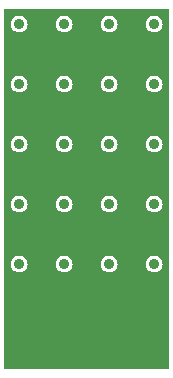
<source format=gbr>
G04 start of page 4 for group 2 idx 2 *
G04 Title: ChangeClearSize Action Test, IN2 *
G04 Creator: pcb v4.1.0-g2256aec2 *
G04 CreationDate: Sun May 13 23:37:25 2018 UTC *
G04 For: parkecw1 *
G04 Format: Gerber/RS-274X *
G04 PCB-Dimensions (mil): 1400.00 1500.00 *
G04 PCB-Coordinate-Origin: lower left *
%MOIN*%
%FSLAX25Y25*%
%LNGROUP2*%
%ADD20C,0.0200*%
%ADD19C,0.0360*%
%ADD18C,0.0001*%
G54D18*G36*
X84996Y130000D02*X90000D01*
Y10000D01*
X84996D01*
Y42192D01*
X85000Y42191D01*
X85439Y42226D01*
X85868Y42329D01*
X86275Y42497D01*
X86651Y42728D01*
X86986Y43014D01*
X87272Y43349D01*
X87503Y43725D01*
X87671Y44132D01*
X87774Y44561D01*
X87800Y45000D01*
X87774Y45439D01*
X87671Y45868D01*
X87503Y46275D01*
X87272Y46651D01*
X86986Y46986D01*
X86651Y47272D01*
X86275Y47503D01*
X85868Y47671D01*
X85439Y47774D01*
X85000Y47809D01*
X84996Y47808D01*
Y62192D01*
X85000Y62191D01*
X85439Y62226D01*
X85868Y62329D01*
X86275Y62497D01*
X86651Y62728D01*
X86986Y63014D01*
X87272Y63349D01*
X87503Y63725D01*
X87671Y64132D01*
X87774Y64561D01*
X87800Y65000D01*
X87774Y65439D01*
X87671Y65868D01*
X87503Y66275D01*
X87272Y66651D01*
X86986Y66986D01*
X86651Y67272D01*
X86275Y67503D01*
X85868Y67671D01*
X85439Y67774D01*
X85000Y67809D01*
X84996Y67808D01*
Y82192D01*
X85000Y82191D01*
X85439Y82226D01*
X85868Y82329D01*
X86275Y82497D01*
X86651Y82728D01*
X86986Y83014D01*
X87272Y83349D01*
X87503Y83725D01*
X87671Y84132D01*
X87774Y84561D01*
X87800Y85000D01*
X87774Y85439D01*
X87671Y85868D01*
X87503Y86275D01*
X87272Y86651D01*
X86986Y86986D01*
X86651Y87272D01*
X86275Y87503D01*
X85868Y87671D01*
X85439Y87774D01*
X85000Y87809D01*
X84996Y87808D01*
Y102192D01*
X85000Y102191D01*
X85439Y102226D01*
X85868Y102329D01*
X86275Y102497D01*
X86651Y102728D01*
X86986Y103014D01*
X87272Y103349D01*
X87503Y103725D01*
X87671Y104132D01*
X87774Y104561D01*
X87800Y105000D01*
X87774Y105439D01*
X87671Y105868D01*
X87503Y106275D01*
X87272Y106651D01*
X86986Y106986D01*
X86651Y107272D01*
X86275Y107503D01*
X85868Y107671D01*
X85439Y107774D01*
X85000Y107809D01*
X84996Y107808D01*
Y122192D01*
X85000Y122191D01*
X85439Y122226D01*
X85868Y122329D01*
X86275Y122497D01*
X86651Y122728D01*
X86986Y123014D01*
X87272Y123349D01*
X87503Y123725D01*
X87671Y124132D01*
X87774Y124561D01*
X87800Y125000D01*
X87774Y125439D01*
X87671Y125868D01*
X87503Y126275D01*
X87272Y126651D01*
X86986Y126986D01*
X86651Y127272D01*
X86275Y127503D01*
X85868Y127671D01*
X85439Y127774D01*
X85000Y127809D01*
X84996Y127808D01*
Y130000D01*
G37*
G36*
X69996D02*X84996D01*
Y127808D01*
X84561Y127774D01*
X84132Y127671D01*
X83725Y127503D01*
X83349Y127272D01*
X83014Y126986D01*
X82728Y126651D01*
X82497Y126275D01*
X82329Y125868D01*
X82226Y125439D01*
X82191Y125000D01*
X82226Y124561D01*
X82329Y124132D01*
X82497Y123725D01*
X82728Y123349D01*
X83014Y123014D01*
X83349Y122728D01*
X83725Y122497D01*
X84132Y122329D01*
X84561Y122226D01*
X84996Y122192D01*
Y107808D01*
X84561Y107774D01*
X84132Y107671D01*
X83725Y107503D01*
X83349Y107272D01*
X83014Y106986D01*
X82728Y106651D01*
X82497Y106275D01*
X82329Y105868D01*
X82226Y105439D01*
X82191Y105000D01*
X82226Y104561D01*
X82329Y104132D01*
X82497Y103725D01*
X82728Y103349D01*
X83014Y103014D01*
X83349Y102728D01*
X83725Y102497D01*
X84132Y102329D01*
X84561Y102226D01*
X84996Y102192D01*
Y87808D01*
X84561Y87774D01*
X84132Y87671D01*
X83725Y87503D01*
X83349Y87272D01*
X83014Y86986D01*
X82728Y86651D01*
X82497Y86275D01*
X82329Y85868D01*
X82226Y85439D01*
X82191Y85000D01*
X82226Y84561D01*
X82329Y84132D01*
X82497Y83725D01*
X82728Y83349D01*
X83014Y83014D01*
X83349Y82728D01*
X83725Y82497D01*
X84132Y82329D01*
X84561Y82226D01*
X84996Y82192D01*
Y67808D01*
X84561Y67774D01*
X84132Y67671D01*
X83725Y67503D01*
X83349Y67272D01*
X83014Y66986D01*
X82728Y66651D01*
X82497Y66275D01*
X82329Y65868D01*
X82226Y65439D01*
X82191Y65000D01*
X82226Y64561D01*
X82329Y64132D01*
X82497Y63725D01*
X82728Y63349D01*
X83014Y63014D01*
X83349Y62728D01*
X83725Y62497D01*
X84132Y62329D01*
X84561Y62226D01*
X84996Y62192D01*
Y47808D01*
X84561Y47774D01*
X84132Y47671D01*
X83725Y47503D01*
X83349Y47272D01*
X83014Y46986D01*
X82728Y46651D01*
X82497Y46275D01*
X82329Y45868D01*
X82226Y45439D01*
X82191Y45000D01*
X82226Y44561D01*
X82329Y44132D01*
X82497Y43725D01*
X82728Y43349D01*
X83014Y43014D01*
X83349Y42728D01*
X83725Y42497D01*
X84132Y42329D01*
X84561Y42226D01*
X84996Y42192D01*
Y10000D01*
X69996D01*
Y42192D01*
X70000Y42191D01*
X70439Y42226D01*
X70868Y42329D01*
X71275Y42497D01*
X71651Y42728D01*
X71986Y43014D01*
X72272Y43349D01*
X72503Y43725D01*
X72671Y44132D01*
X72774Y44561D01*
X72800Y45000D01*
X72774Y45439D01*
X72671Y45868D01*
X72503Y46275D01*
X72272Y46651D01*
X71986Y46986D01*
X71651Y47272D01*
X71275Y47503D01*
X70868Y47671D01*
X70439Y47774D01*
X70000Y47809D01*
X69996Y47808D01*
Y62192D01*
X70000Y62191D01*
X70439Y62226D01*
X70868Y62329D01*
X71275Y62497D01*
X71651Y62728D01*
X71986Y63014D01*
X72272Y63349D01*
X72503Y63725D01*
X72671Y64132D01*
X72774Y64561D01*
X72800Y65000D01*
X72774Y65439D01*
X72671Y65868D01*
X72503Y66275D01*
X72272Y66651D01*
X71986Y66986D01*
X71651Y67272D01*
X71275Y67503D01*
X70868Y67671D01*
X70439Y67774D01*
X70000Y67809D01*
X69996Y67808D01*
Y82192D01*
X70000Y82191D01*
X70439Y82226D01*
X70868Y82329D01*
X71275Y82497D01*
X71651Y82728D01*
X71986Y83014D01*
X72272Y83349D01*
X72503Y83725D01*
X72671Y84132D01*
X72774Y84561D01*
X72800Y85000D01*
X72774Y85439D01*
X72671Y85868D01*
X72503Y86275D01*
X72272Y86651D01*
X71986Y86986D01*
X71651Y87272D01*
X71275Y87503D01*
X70868Y87671D01*
X70439Y87774D01*
X70000Y87809D01*
X69996Y87808D01*
Y102192D01*
X70000Y102191D01*
X70439Y102226D01*
X70868Y102329D01*
X71275Y102497D01*
X71651Y102728D01*
X71986Y103014D01*
X72272Y103349D01*
X72503Y103725D01*
X72671Y104132D01*
X72774Y104561D01*
X72800Y105000D01*
X72774Y105439D01*
X72671Y105868D01*
X72503Y106275D01*
X72272Y106651D01*
X71986Y106986D01*
X71651Y107272D01*
X71275Y107503D01*
X70868Y107671D01*
X70439Y107774D01*
X70000Y107809D01*
X69996Y107808D01*
Y122192D01*
X70000Y122191D01*
X70439Y122226D01*
X70868Y122329D01*
X71275Y122497D01*
X71651Y122728D01*
X71986Y123014D01*
X72272Y123349D01*
X72503Y123725D01*
X72671Y124132D01*
X72774Y124561D01*
X72800Y125000D01*
X72774Y125439D01*
X72671Y125868D01*
X72503Y126275D01*
X72272Y126651D01*
X71986Y126986D01*
X71651Y127272D01*
X71275Y127503D01*
X70868Y127671D01*
X70439Y127774D01*
X70000Y127809D01*
X69996Y127808D01*
Y130000D01*
G37*
G36*
X54996D02*X69996D01*
Y127808D01*
X69561Y127774D01*
X69132Y127671D01*
X68725Y127503D01*
X68349Y127272D01*
X68014Y126986D01*
X67728Y126651D01*
X67497Y126275D01*
X67329Y125868D01*
X67226Y125439D01*
X67191Y125000D01*
X67226Y124561D01*
X67329Y124132D01*
X67497Y123725D01*
X67728Y123349D01*
X68014Y123014D01*
X68349Y122728D01*
X68725Y122497D01*
X69132Y122329D01*
X69561Y122226D01*
X69996Y122192D01*
Y107808D01*
X69561Y107774D01*
X69132Y107671D01*
X68725Y107503D01*
X68349Y107272D01*
X68014Y106986D01*
X67728Y106651D01*
X67497Y106275D01*
X67329Y105868D01*
X67226Y105439D01*
X67191Y105000D01*
X67226Y104561D01*
X67329Y104132D01*
X67497Y103725D01*
X67728Y103349D01*
X68014Y103014D01*
X68349Y102728D01*
X68725Y102497D01*
X69132Y102329D01*
X69561Y102226D01*
X69996Y102192D01*
Y87808D01*
X69561Y87774D01*
X69132Y87671D01*
X68725Y87503D01*
X68349Y87272D01*
X68014Y86986D01*
X67728Y86651D01*
X67497Y86275D01*
X67329Y85868D01*
X67226Y85439D01*
X67191Y85000D01*
X67226Y84561D01*
X67329Y84132D01*
X67497Y83725D01*
X67728Y83349D01*
X68014Y83014D01*
X68349Y82728D01*
X68725Y82497D01*
X69132Y82329D01*
X69561Y82226D01*
X69996Y82192D01*
Y67808D01*
X69561Y67774D01*
X69132Y67671D01*
X68725Y67503D01*
X68349Y67272D01*
X68014Y66986D01*
X67728Y66651D01*
X67497Y66275D01*
X67329Y65868D01*
X67226Y65439D01*
X67191Y65000D01*
X67226Y64561D01*
X67329Y64132D01*
X67497Y63725D01*
X67728Y63349D01*
X68014Y63014D01*
X68349Y62728D01*
X68725Y62497D01*
X69132Y62329D01*
X69561Y62226D01*
X69996Y62192D01*
Y47808D01*
X69561Y47774D01*
X69132Y47671D01*
X68725Y47503D01*
X68349Y47272D01*
X68014Y46986D01*
X67728Y46651D01*
X67497Y46275D01*
X67329Y45868D01*
X67226Y45439D01*
X67191Y45000D01*
X67226Y44561D01*
X67329Y44132D01*
X67497Y43725D01*
X67728Y43349D01*
X68014Y43014D01*
X68349Y42728D01*
X68725Y42497D01*
X69132Y42329D01*
X69561Y42226D01*
X69996Y42192D01*
Y10000D01*
X54996D01*
Y42192D01*
X55000Y42191D01*
X55439Y42226D01*
X55868Y42329D01*
X56275Y42497D01*
X56651Y42728D01*
X56986Y43014D01*
X57272Y43349D01*
X57503Y43725D01*
X57671Y44132D01*
X57774Y44561D01*
X57800Y45000D01*
X57774Y45439D01*
X57671Y45868D01*
X57503Y46275D01*
X57272Y46651D01*
X56986Y46986D01*
X56651Y47272D01*
X56275Y47503D01*
X55868Y47671D01*
X55439Y47774D01*
X55000Y47809D01*
X54996Y47808D01*
Y62192D01*
X55000Y62191D01*
X55439Y62226D01*
X55868Y62329D01*
X56275Y62497D01*
X56651Y62728D01*
X56986Y63014D01*
X57272Y63349D01*
X57503Y63725D01*
X57671Y64132D01*
X57774Y64561D01*
X57800Y65000D01*
X57774Y65439D01*
X57671Y65868D01*
X57503Y66275D01*
X57272Y66651D01*
X56986Y66986D01*
X56651Y67272D01*
X56275Y67503D01*
X55868Y67671D01*
X55439Y67774D01*
X55000Y67809D01*
X54996Y67808D01*
Y82192D01*
X55000Y82191D01*
X55439Y82226D01*
X55868Y82329D01*
X56275Y82497D01*
X56651Y82728D01*
X56986Y83014D01*
X57272Y83349D01*
X57503Y83725D01*
X57671Y84132D01*
X57774Y84561D01*
X57800Y85000D01*
X57774Y85439D01*
X57671Y85868D01*
X57503Y86275D01*
X57272Y86651D01*
X56986Y86986D01*
X56651Y87272D01*
X56275Y87503D01*
X55868Y87671D01*
X55439Y87774D01*
X55000Y87809D01*
X54996Y87808D01*
Y102192D01*
X55000Y102191D01*
X55439Y102226D01*
X55868Y102329D01*
X56275Y102497D01*
X56651Y102728D01*
X56986Y103014D01*
X57272Y103349D01*
X57503Y103725D01*
X57671Y104132D01*
X57774Y104561D01*
X57800Y105000D01*
X57774Y105439D01*
X57671Y105868D01*
X57503Y106275D01*
X57272Y106651D01*
X56986Y106986D01*
X56651Y107272D01*
X56275Y107503D01*
X55868Y107671D01*
X55439Y107774D01*
X55000Y107809D01*
X54996Y107808D01*
Y122192D01*
X55000Y122191D01*
X55439Y122226D01*
X55868Y122329D01*
X56275Y122497D01*
X56651Y122728D01*
X56986Y123014D01*
X57272Y123349D01*
X57503Y123725D01*
X57671Y124132D01*
X57774Y124561D01*
X57800Y125000D01*
X57774Y125439D01*
X57671Y125868D01*
X57503Y126275D01*
X57272Y126651D01*
X56986Y126986D01*
X56651Y127272D01*
X56275Y127503D01*
X55868Y127671D01*
X55439Y127774D01*
X55000Y127809D01*
X54996Y127808D01*
Y130000D01*
G37*
G36*
X39996D02*X54996D01*
Y127808D01*
X54561Y127774D01*
X54132Y127671D01*
X53725Y127503D01*
X53349Y127272D01*
X53014Y126986D01*
X52728Y126651D01*
X52497Y126275D01*
X52329Y125868D01*
X52226Y125439D01*
X52191Y125000D01*
X52226Y124561D01*
X52329Y124132D01*
X52497Y123725D01*
X52728Y123349D01*
X53014Y123014D01*
X53349Y122728D01*
X53725Y122497D01*
X54132Y122329D01*
X54561Y122226D01*
X54996Y122192D01*
Y107808D01*
X54561Y107774D01*
X54132Y107671D01*
X53725Y107503D01*
X53349Y107272D01*
X53014Y106986D01*
X52728Y106651D01*
X52497Y106275D01*
X52329Y105868D01*
X52226Y105439D01*
X52191Y105000D01*
X52226Y104561D01*
X52329Y104132D01*
X52497Y103725D01*
X52728Y103349D01*
X53014Y103014D01*
X53349Y102728D01*
X53725Y102497D01*
X54132Y102329D01*
X54561Y102226D01*
X54996Y102192D01*
Y87808D01*
X54561Y87774D01*
X54132Y87671D01*
X53725Y87503D01*
X53349Y87272D01*
X53014Y86986D01*
X52728Y86651D01*
X52497Y86275D01*
X52329Y85868D01*
X52226Y85439D01*
X52191Y85000D01*
X52226Y84561D01*
X52329Y84132D01*
X52497Y83725D01*
X52728Y83349D01*
X53014Y83014D01*
X53349Y82728D01*
X53725Y82497D01*
X54132Y82329D01*
X54561Y82226D01*
X54996Y82192D01*
Y67808D01*
X54561Y67774D01*
X54132Y67671D01*
X53725Y67503D01*
X53349Y67272D01*
X53014Y66986D01*
X52728Y66651D01*
X52497Y66275D01*
X52329Y65868D01*
X52226Y65439D01*
X52191Y65000D01*
X52226Y64561D01*
X52329Y64132D01*
X52497Y63725D01*
X52728Y63349D01*
X53014Y63014D01*
X53349Y62728D01*
X53725Y62497D01*
X54132Y62329D01*
X54561Y62226D01*
X54996Y62192D01*
Y47808D01*
X54561Y47774D01*
X54132Y47671D01*
X53725Y47503D01*
X53349Y47272D01*
X53014Y46986D01*
X52728Y46651D01*
X52497Y46275D01*
X52329Y45868D01*
X52226Y45439D01*
X52191Y45000D01*
X52226Y44561D01*
X52329Y44132D01*
X52497Y43725D01*
X52728Y43349D01*
X53014Y43014D01*
X53349Y42728D01*
X53725Y42497D01*
X54132Y42329D01*
X54561Y42226D01*
X54996Y42192D01*
Y10000D01*
X39996D01*
Y42192D01*
X40000Y42191D01*
X40439Y42226D01*
X40868Y42329D01*
X41275Y42497D01*
X41651Y42728D01*
X41986Y43014D01*
X42272Y43349D01*
X42503Y43725D01*
X42671Y44132D01*
X42774Y44561D01*
X42800Y45000D01*
X42774Y45439D01*
X42671Y45868D01*
X42503Y46275D01*
X42272Y46651D01*
X41986Y46986D01*
X41651Y47272D01*
X41275Y47503D01*
X40868Y47671D01*
X40439Y47774D01*
X40000Y47809D01*
X39996Y47808D01*
Y62192D01*
X40000Y62191D01*
X40439Y62226D01*
X40868Y62329D01*
X41275Y62497D01*
X41651Y62728D01*
X41986Y63014D01*
X42272Y63349D01*
X42503Y63725D01*
X42671Y64132D01*
X42774Y64561D01*
X42800Y65000D01*
X42774Y65439D01*
X42671Y65868D01*
X42503Y66275D01*
X42272Y66651D01*
X41986Y66986D01*
X41651Y67272D01*
X41275Y67503D01*
X40868Y67671D01*
X40439Y67774D01*
X40000Y67809D01*
X39996Y67808D01*
Y82192D01*
X40000Y82191D01*
X40439Y82226D01*
X40868Y82329D01*
X41275Y82497D01*
X41651Y82728D01*
X41986Y83014D01*
X42272Y83349D01*
X42503Y83725D01*
X42671Y84132D01*
X42774Y84561D01*
X42800Y85000D01*
X42774Y85439D01*
X42671Y85868D01*
X42503Y86275D01*
X42272Y86651D01*
X41986Y86986D01*
X41651Y87272D01*
X41275Y87503D01*
X40868Y87671D01*
X40439Y87774D01*
X40000Y87809D01*
X39996Y87808D01*
Y102192D01*
X40000Y102191D01*
X40439Y102226D01*
X40868Y102329D01*
X41275Y102497D01*
X41651Y102728D01*
X41986Y103014D01*
X42272Y103349D01*
X42503Y103725D01*
X42671Y104132D01*
X42774Y104561D01*
X42800Y105000D01*
X42774Y105439D01*
X42671Y105868D01*
X42503Y106275D01*
X42272Y106651D01*
X41986Y106986D01*
X41651Y107272D01*
X41275Y107503D01*
X40868Y107671D01*
X40439Y107774D01*
X40000Y107809D01*
X39996Y107808D01*
Y122192D01*
X40000Y122191D01*
X40439Y122226D01*
X40868Y122329D01*
X41275Y122497D01*
X41651Y122728D01*
X41986Y123014D01*
X42272Y123349D01*
X42503Y123725D01*
X42671Y124132D01*
X42774Y124561D01*
X42800Y125000D01*
X42774Y125439D01*
X42671Y125868D01*
X42503Y126275D01*
X42272Y126651D01*
X41986Y126986D01*
X41651Y127272D01*
X41275Y127503D01*
X40868Y127671D01*
X40439Y127774D01*
X40000Y127809D01*
X39996Y127808D01*
Y130000D01*
G37*
G36*
X35000D02*X39996D01*
Y127808D01*
X39561Y127774D01*
X39132Y127671D01*
X38725Y127503D01*
X38349Y127272D01*
X38014Y126986D01*
X37728Y126651D01*
X37497Y126275D01*
X37329Y125868D01*
X37226Y125439D01*
X37191Y125000D01*
X37226Y124561D01*
X37329Y124132D01*
X37497Y123725D01*
X37728Y123349D01*
X38014Y123014D01*
X38349Y122728D01*
X38725Y122497D01*
X39132Y122329D01*
X39561Y122226D01*
X39996Y122192D01*
Y107808D01*
X39561Y107774D01*
X39132Y107671D01*
X38725Y107503D01*
X38349Y107272D01*
X38014Y106986D01*
X37728Y106651D01*
X37497Y106275D01*
X37329Y105868D01*
X37226Y105439D01*
X37191Y105000D01*
X37226Y104561D01*
X37329Y104132D01*
X37497Y103725D01*
X37728Y103349D01*
X38014Y103014D01*
X38349Y102728D01*
X38725Y102497D01*
X39132Y102329D01*
X39561Y102226D01*
X39996Y102192D01*
Y87808D01*
X39561Y87774D01*
X39132Y87671D01*
X38725Y87503D01*
X38349Y87272D01*
X38014Y86986D01*
X37728Y86651D01*
X37497Y86275D01*
X37329Y85868D01*
X37226Y85439D01*
X37191Y85000D01*
X37226Y84561D01*
X37329Y84132D01*
X37497Y83725D01*
X37728Y83349D01*
X38014Y83014D01*
X38349Y82728D01*
X38725Y82497D01*
X39132Y82329D01*
X39561Y82226D01*
X39996Y82192D01*
Y67808D01*
X39561Y67774D01*
X39132Y67671D01*
X38725Y67503D01*
X38349Y67272D01*
X38014Y66986D01*
X37728Y66651D01*
X37497Y66275D01*
X37329Y65868D01*
X37226Y65439D01*
X37191Y65000D01*
X37226Y64561D01*
X37329Y64132D01*
X37497Y63725D01*
X37728Y63349D01*
X38014Y63014D01*
X38349Y62728D01*
X38725Y62497D01*
X39132Y62329D01*
X39561Y62226D01*
X39996Y62192D01*
Y47808D01*
X39561Y47774D01*
X39132Y47671D01*
X38725Y47503D01*
X38349Y47272D01*
X38014Y46986D01*
X37728Y46651D01*
X37497Y46275D01*
X37329Y45868D01*
X37226Y45439D01*
X37191Y45000D01*
X37226Y44561D01*
X37329Y44132D01*
X37497Y43725D01*
X37728Y43349D01*
X38014Y43014D01*
X38349Y42728D01*
X38725Y42497D01*
X39132Y42329D01*
X39561Y42226D01*
X39996Y42192D01*
Y10000D01*
X35000D01*
Y130000D01*
G37*
G54D19*X85000Y35000D03*
X70000D03*
X85000Y45000D03*
X40000Y35000D03*
X55000D03*
X40000Y45000D03*
X55000D03*
X70000D03*
X40000Y105000D03*
Y95000D03*
Y85000D03*
Y75000D03*
Y65000D03*
Y55000D03*
X70000Y105000D03*
Y95000D03*
Y85000D03*
Y75000D03*
Y65000D03*
Y55000D03*
X55000Y105000D03*
Y95000D03*
Y85000D03*
Y75000D03*
Y65000D03*
Y55000D03*
X85000Y85000D03*
Y75000D03*
Y65000D03*
Y55000D03*
X70000Y125000D03*
X85000D03*
X70000Y115000D03*
X40000Y125000D03*
X55000D03*
X40000Y115000D03*
X55000D03*
X85000D03*
Y105000D03*
Y95000D03*
G54D20*M02*

</source>
